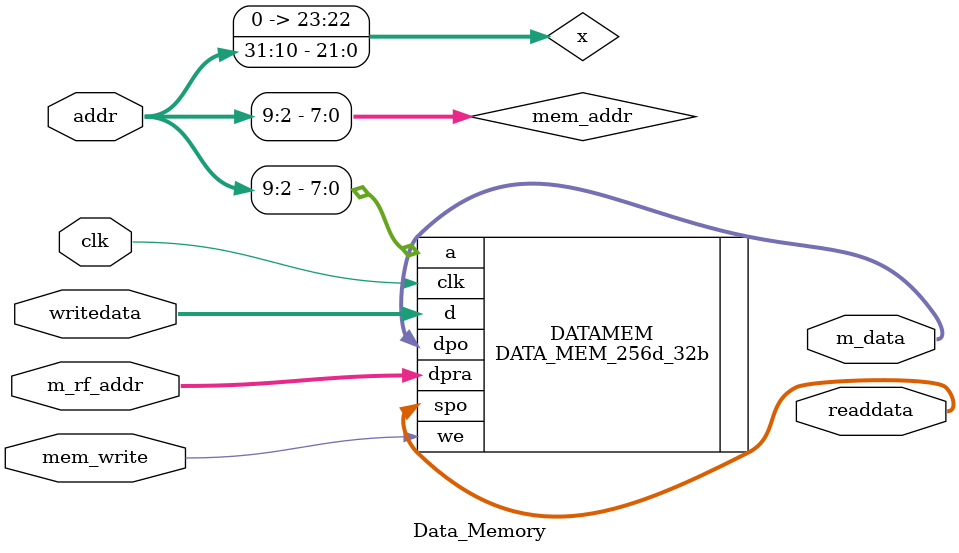
<source format=v>
`timescale 1ns / 1ps


module Data_Memory(
    input clk,
    input [31:0] addr,
    input [31:0] writedata,
    //input mem_read,
    input mem_write,
    output [31:0] readdata,
    
    input [7:0] m_rf_addr,
    output [31:0] m_data
    );
    
    wire [7:0] mem_addr;
    wire [23:0] x;
    assign {x,mem_addr} = (addr>>2);
    
    DATA_MEM_256d_32b DATAMEM ( .a(mem_addr), .d(writedata), .we(mem_write), .clk(clk), .spo(readdata), .dpra(m_rf_addr), .dpo(m_data));
    
endmodule

</source>
